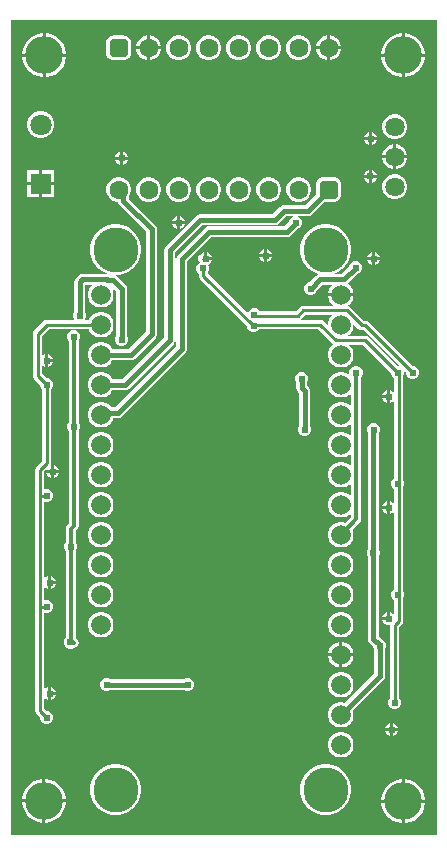
<source format=gbl>
G04*
G04 #@! TF.GenerationSoftware,Altium Limited,Altium Designer,21.8.1 (53)*
G04*
G04 Layer_Physical_Order=2*
G04 Layer_Color=16711680*
%FSLAX25Y25*%
%MOIN*%
G70*
G04*
G04 #@! TF.SameCoordinates,70880257-2F83-41F6-BC9D-4F7E7A3CF3A8*
G04*
G04*
G04 #@! TF.FilePolarity,Positive*
G04*
G01*
G75*
%ADD14C,0.01000*%
%ADD37C,0.01600*%
%ADD38C,0.01200*%
%ADD40C,0.06437*%
%ADD41R,0.07087X0.07087*%
%ADD42C,0.07087*%
%ADD43C,0.06555*%
%ADD44C,0.15000*%
%ADD45C,0.06299*%
G04:AMPARAMS|DCode=46|XSize=62.99mil|YSize=62.99mil|CornerRadius=15.75mil|HoleSize=0mil|Usage=FLASHONLY|Rotation=180.000|XOffset=0mil|YOffset=0mil|HoleType=Round|Shape=RoundedRectangle|*
%AMROUNDEDRECTD46*
21,1,0.06299,0.03150,0,0,180.0*
21,1,0.03150,0.06299,0,0,180.0*
1,1,0.03150,-0.01575,0.01575*
1,1,0.03150,0.01575,0.01575*
1,1,0.03150,0.01575,-0.01575*
1,1,0.03150,-0.01575,-0.01575*
%
%ADD46ROUNDEDRECTD46*%
%ADD47C,0.02400*%
%ADD48C,0.12598*%
G36*
X242000Y100000D02*
X100000D01*
Y371501D01*
X242000D01*
Y100000D01*
D02*
G37*
%LPC*%
G36*
X206546Y366394D02*
X206500D01*
Y362744D01*
X210150D01*
Y362790D01*
X209867Y363846D01*
X209320Y364792D01*
X208548Y365565D01*
X207602Y366111D01*
X206546Y366394D01*
D02*
G37*
G36*
X205500D02*
X205454D01*
X204398Y366111D01*
X203452Y365565D01*
X202679Y364792D01*
X202133Y363846D01*
X201850Y362790D01*
Y362744D01*
X205500D01*
Y366394D01*
D02*
G37*
G36*
X146546D02*
X146500D01*
Y362744D01*
X150150D01*
Y362790D01*
X149867Y363846D01*
X149320Y364792D01*
X148548Y365565D01*
X147602Y366111D01*
X146546Y366394D01*
D02*
G37*
G36*
X145500D02*
X145454D01*
X144398Y366111D01*
X143452Y365565D01*
X142680Y364792D01*
X142133Y363846D01*
X141850Y362790D01*
Y362744D01*
X145500D01*
Y366394D01*
D02*
G37*
G36*
X111959Y367063D02*
X111740D01*
Y360264D01*
X118539D01*
Y360483D01*
X118259Y361893D01*
X117709Y363222D01*
X116910Y364417D01*
X115893Y365434D01*
X114698Y366232D01*
X113369Y366783D01*
X111959Y367063D01*
D02*
G37*
G36*
X110740D02*
X110521D01*
X109111Y366783D01*
X107783Y366232D01*
X106587Y365434D01*
X105570Y364417D01*
X104772Y363222D01*
X104221Y361893D01*
X103941Y360483D01*
Y360264D01*
X110740D01*
Y367063D01*
D02*
G37*
G36*
X231502Y367053D02*
X231283D01*
Y360254D01*
X238082D01*
Y360473D01*
X237802Y361883D01*
X237252Y363211D01*
X236453Y364407D01*
X235436Y365424D01*
X234241Y366223D01*
X232912Y366773D01*
X231502Y367053D01*
D02*
G37*
G36*
X230283D02*
X230064D01*
X228654Y366773D01*
X227326Y366223D01*
X226130Y365424D01*
X225114Y364407D01*
X224315Y363211D01*
X223764Y361883D01*
X223484Y360473D01*
Y360254D01*
X230283D01*
Y367053D01*
D02*
G37*
G36*
X210150Y361744D02*
X206500D01*
Y358095D01*
X206546D01*
X207602Y358377D01*
X208548Y358924D01*
X209320Y359696D01*
X209867Y360642D01*
X210150Y361698D01*
Y361744D01*
D02*
G37*
G36*
X205500D02*
X201850D01*
Y361698D01*
X202133Y360642D01*
X202679Y359696D01*
X203452Y358924D01*
X204398Y358377D01*
X205454Y358095D01*
X205500D01*
Y361744D01*
D02*
G37*
G36*
X196546Y366394D02*
X195454D01*
X194398Y366111D01*
X193452Y365565D01*
X192680Y364792D01*
X192133Y363846D01*
X191850Y362790D01*
Y361698D01*
X192133Y360642D01*
X192680Y359696D01*
X193452Y358924D01*
X194398Y358377D01*
X195454Y358095D01*
X196546D01*
X197602Y358377D01*
X198548Y358924D01*
X199320Y359696D01*
X199867Y360642D01*
X200150Y361698D01*
Y362790D01*
X199867Y363846D01*
X199320Y364792D01*
X198548Y365565D01*
X197602Y366111D01*
X196546Y366394D01*
D02*
G37*
G36*
X186546D02*
X185454D01*
X184398Y366111D01*
X183452Y365565D01*
X182679Y364792D01*
X182133Y363846D01*
X181850Y362790D01*
Y361698D01*
X182133Y360642D01*
X182679Y359696D01*
X183452Y358924D01*
X184398Y358377D01*
X185454Y358095D01*
X186546D01*
X187602Y358377D01*
X188548Y358924D01*
X189321Y359696D01*
X189867Y360642D01*
X190150Y361698D01*
Y362790D01*
X189867Y363846D01*
X189321Y364792D01*
X188548Y365565D01*
X187602Y366111D01*
X186546Y366394D01*
D02*
G37*
G36*
X176546D02*
X175454D01*
X174398Y366111D01*
X173452Y365565D01*
X172679Y364792D01*
X172133Y363846D01*
X171850Y362790D01*
Y361698D01*
X172133Y360642D01*
X172679Y359696D01*
X173452Y358924D01*
X174398Y358377D01*
X175454Y358095D01*
X176546D01*
X177602Y358377D01*
X178548Y358924D01*
X179321Y359696D01*
X179867Y360642D01*
X180150Y361698D01*
Y362790D01*
X179867Y363846D01*
X179321Y364792D01*
X178548Y365565D01*
X177602Y366111D01*
X176546Y366394D01*
D02*
G37*
G36*
X166546D02*
X165454D01*
X164398Y366111D01*
X163452Y365565D01*
X162680Y364792D01*
X162133Y363846D01*
X161850Y362790D01*
Y361698D01*
X162133Y360642D01*
X162680Y359696D01*
X163452Y358924D01*
X164398Y358377D01*
X165454Y358095D01*
X166546D01*
X167602Y358377D01*
X168548Y358924D01*
X169320Y359696D01*
X169867Y360642D01*
X170150Y361698D01*
Y362790D01*
X169867Y363846D01*
X169320Y364792D01*
X168548Y365565D01*
X167602Y366111D01*
X166546Y366394D01*
D02*
G37*
G36*
X156546D02*
X155454D01*
X154398Y366111D01*
X153452Y365565D01*
X152680Y364792D01*
X152133Y363846D01*
X151850Y362790D01*
Y361698D01*
X152133Y360642D01*
X152680Y359696D01*
X153452Y358924D01*
X154398Y358377D01*
X155454Y358095D01*
X156546D01*
X157602Y358377D01*
X158548Y358924D01*
X159320Y359696D01*
X159867Y360642D01*
X160150Y361698D01*
Y362790D01*
X159867Y363846D01*
X159320Y364792D01*
X158548Y365565D01*
X157602Y366111D01*
X156546Y366394D01*
D02*
G37*
G36*
X150150Y361744D02*
X146500D01*
Y358095D01*
X146546D01*
X147602Y358377D01*
X148548Y358924D01*
X149320Y359696D01*
X149867Y360642D01*
X150150Y361698D01*
Y361744D01*
D02*
G37*
G36*
X145500D02*
X141850D01*
Y361698D01*
X142133Y360642D01*
X142680Y359696D01*
X143452Y358924D01*
X144398Y358377D01*
X145454Y358095D01*
X145500D01*
Y361744D01*
D02*
G37*
G36*
X137575Y366416D02*
X134425D01*
X133753Y366327D01*
X133127Y366068D01*
X132589Y365655D01*
X132176Y365117D01*
X131917Y364491D01*
X131828Y363819D01*
Y360669D01*
X131917Y359997D01*
X132176Y359371D01*
X132589Y358833D01*
X133127Y358420D01*
X133753Y358161D01*
X134425Y358072D01*
X137575D01*
X138247Y358161D01*
X138873Y358420D01*
X139411Y358833D01*
X139824Y359371D01*
X140083Y359997D01*
X140172Y360669D01*
Y363819D01*
X140083Y364491D01*
X139824Y365117D01*
X139411Y365655D01*
X138873Y366068D01*
X138247Y366327D01*
X137575Y366416D01*
D02*
G37*
G36*
X118539Y359264D02*
X111740D01*
Y352465D01*
X111959D01*
X113369Y352745D01*
X114698Y353295D01*
X115893Y354094D01*
X116910Y355111D01*
X117709Y356307D01*
X118259Y357635D01*
X118539Y359045D01*
Y359264D01*
D02*
G37*
G36*
X110740D02*
X103941D01*
Y359045D01*
X104221Y357635D01*
X104772Y356307D01*
X105570Y355111D01*
X106587Y354094D01*
X107783Y353295D01*
X109111Y352745D01*
X110521Y352465D01*
X110740D01*
Y359264D01*
D02*
G37*
G36*
X238082Y359254D02*
X231283D01*
Y352455D01*
X231502D01*
X232912Y352735D01*
X234241Y353286D01*
X235436Y354084D01*
X236453Y355101D01*
X237252Y356296D01*
X237802Y357625D01*
X238082Y359035D01*
Y359254D01*
D02*
G37*
G36*
X230283D02*
X223484D01*
Y359035D01*
X223764Y357625D01*
X224315Y356296D01*
X225114Y355101D01*
X226130Y354084D01*
X227326Y353286D01*
X228654Y352735D01*
X230064Y352455D01*
X230283D01*
Y359254D01*
D02*
G37*
G36*
X220500Y334174D02*
Y332500D01*
X222174D01*
X221865Y333246D01*
X221246Y333865D01*
X220500Y334174D01*
D02*
G37*
G36*
X219500D02*
X218754Y333865D01*
X218135Y333246D01*
X217826Y332500D01*
X219500D01*
Y334174D01*
D02*
G37*
G36*
X110598Y341228D02*
X109402D01*
X108246Y340919D01*
X107210Y340321D01*
X106365Y339475D01*
X105766Y338439D01*
X105457Y337283D01*
Y336087D01*
X105766Y334931D01*
X106365Y333895D01*
X107210Y333050D01*
X108246Y332451D01*
X109402Y332142D01*
X110598D01*
X111754Y332451D01*
X112790Y333050D01*
X113636Y333895D01*
X114234Y334931D01*
X114543Y336087D01*
Y337283D01*
X114234Y338439D01*
X113636Y339475D01*
X112790Y340321D01*
X111754Y340919D01*
X110598Y341228D01*
D02*
G37*
G36*
X228555Y340218D02*
X227445D01*
X226372Y339931D01*
X225410Y339376D01*
X224624Y338590D01*
X224069Y337628D01*
X223781Y336555D01*
Y335445D01*
X224069Y334372D01*
X224624Y333410D01*
X225410Y332624D01*
X226372Y332069D01*
X227445Y331782D01*
X228555D01*
X229628Y332069D01*
X230590Y332624D01*
X231376Y333410D01*
X231931Y334372D01*
X232219Y335445D01*
Y336555D01*
X231931Y337628D01*
X231376Y338590D01*
X230590Y339376D01*
X229628Y339931D01*
X228555Y340218D01*
D02*
G37*
G36*
X222174Y331500D02*
X220500D01*
Y329826D01*
X221246Y330135D01*
X221865Y330754D01*
X222174Y331500D01*
D02*
G37*
G36*
X219500D02*
X217826D01*
X218135Y330754D01*
X218754Y330135D01*
X219500Y329826D01*
Y331500D01*
D02*
G37*
G36*
X228555Y330219D02*
X228500D01*
Y326500D01*
X232219D01*
Y326555D01*
X231931Y327628D01*
X231376Y328590D01*
X230590Y329376D01*
X229628Y329931D01*
X228555Y330219D01*
D02*
G37*
G36*
X227500D02*
X227445D01*
X226372Y329931D01*
X225410Y329376D01*
X224624Y328590D01*
X224069Y327628D01*
X223781Y326555D01*
Y326500D01*
X227500D01*
Y330219D01*
D02*
G37*
G36*
X137477Y327688D02*
Y326014D01*
X139151D01*
X138842Y326760D01*
X138223Y327379D01*
X137477Y327688D01*
D02*
G37*
G36*
X136477D02*
X135731Y327379D01*
X135112Y326760D01*
X134803Y326014D01*
X136477D01*
Y327688D01*
D02*
G37*
G36*
X139151Y325014D02*
X137477D01*
Y323340D01*
X138223Y323649D01*
X138842Y324268D01*
X139151Y325014D01*
D02*
G37*
G36*
X136477D02*
X134803D01*
X135112Y324268D01*
X135731Y323649D01*
X136477Y323340D01*
Y325014D01*
D02*
G37*
G36*
X232219Y325500D02*
X228500D01*
Y321781D01*
X228555D01*
X229628Y322069D01*
X230590Y322624D01*
X231376Y323410D01*
X231931Y324372D01*
X232219Y325445D01*
Y325500D01*
D02*
G37*
G36*
X227500D02*
X223781D01*
Y325445D01*
X224069Y324372D01*
X224624Y323410D01*
X225410Y322624D01*
X226372Y322069D01*
X227445Y321781D01*
X227500D01*
Y325500D01*
D02*
G37*
G36*
X220321Y321616D02*
Y319942D01*
X221995D01*
X221686Y320688D01*
X221067Y321307D01*
X220321Y321616D01*
D02*
G37*
G36*
X219321D02*
X218575Y321307D01*
X217956Y320688D01*
X217647Y319942D01*
X219321D01*
Y321616D01*
D02*
G37*
G36*
X114543Y321543D02*
X110500D01*
Y317500D01*
X114543D01*
Y321543D01*
D02*
G37*
G36*
X109500D02*
X105457D01*
Y317500D01*
X109500D01*
Y321543D01*
D02*
G37*
G36*
X221995Y318942D02*
X220321D01*
Y317268D01*
X221067Y317577D01*
X221686Y318196D01*
X221995Y318942D01*
D02*
G37*
G36*
X219321D02*
X217647D01*
X217956Y318196D01*
X218575Y317577D01*
X219321Y317268D01*
Y318942D01*
D02*
G37*
G36*
X114543Y316500D02*
X110500D01*
Y312457D01*
X114543D01*
Y316500D01*
D02*
G37*
G36*
X109500D02*
X105457D01*
Y312457D01*
X109500D01*
Y316500D01*
D02*
G37*
G36*
X228555Y320218D02*
X227445D01*
X226372Y319931D01*
X225410Y319376D01*
X224624Y318590D01*
X224069Y317628D01*
X223781Y316555D01*
Y315445D01*
X224069Y314372D01*
X224624Y313410D01*
X225410Y312624D01*
X226372Y312069D01*
X227445Y311782D01*
X228555D01*
X229628Y312069D01*
X230590Y312624D01*
X231376Y313410D01*
X231931Y314372D01*
X232219Y315445D01*
Y316555D01*
X231931Y317628D01*
X231376Y318590D01*
X230590Y319376D01*
X229628Y319931D01*
X228555Y320218D01*
D02*
G37*
G36*
X196546Y319150D02*
X195454D01*
X194398Y318867D01*
X193452Y318320D01*
X192680Y317548D01*
X192133Y316602D01*
X191850Y315546D01*
Y314454D01*
X192133Y313398D01*
X192680Y312452D01*
X193452Y311680D01*
X194398Y311133D01*
X195454Y310850D01*
X196546D01*
X197602Y311133D01*
X198548Y311680D01*
X199320Y312452D01*
X199867Y313398D01*
X200150Y314454D01*
Y315546D01*
X199867Y316602D01*
X199320Y317548D01*
X198548Y318320D01*
X197602Y318867D01*
X196546Y319150D01*
D02*
G37*
G36*
X186546D02*
X185454D01*
X184398Y318867D01*
X183452Y318320D01*
X182679Y317548D01*
X182133Y316602D01*
X181850Y315546D01*
Y314454D01*
X182133Y313398D01*
X182679Y312452D01*
X183452Y311680D01*
X184398Y311133D01*
X185454Y310850D01*
X186546D01*
X187602Y311133D01*
X188548Y311680D01*
X189321Y312452D01*
X189867Y313398D01*
X190150Y314454D01*
Y315546D01*
X189867Y316602D01*
X189321Y317548D01*
X188548Y318320D01*
X187602Y318867D01*
X186546Y319150D01*
D02*
G37*
G36*
X176546D02*
X175454D01*
X174398Y318867D01*
X173452Y318320D01*
X172679Y317548D01*
X172133Y316602D01*
X171850Y315546D01*
Y314454D01*
X172133Y313398D01*
X172679Y312452D01*
X173452Y311680D01*
X174398Y311133D01*
X175454Y310850D01*
X176546D01*
X177602Y311133D01*
X178548Y311680D01*
X179321Y312452D01*
X179867Y313398D01*
X180150Y314454D01*
Y315546D01*
X179867Y316602D01*
X179321Y317548D01*
X178548Y318320D01*
X177602Y318867D01*
X176546Y319150D01*
D02*
G37*
G36*
X166546D02*
X165454D01*
X164398Y318867D01*
X163452Y318320D01*
X162680Y317548D01*
X162133Y316602D01*
X161850Y315546D01*
Y314454D01*
X162133Y313398D01*
X162680Y312452D01*
X163452Y311680D01*
X164398Y311133D01*
X165454Y310850D01*
X166546D01*
X167602Y311133D01*
X168548Y311680D01*
X169320Y312452D01*
X169867Y313398D01*
X170150Y314454D01*
Y315546D01*
X169867Y316602D01*
X169320Y317548D01*
X168548Y318320D01*
X167602Y318867D01*
X166546Y319150D01*
D02*
G37*
G36*
X156546D02*
X155454D01*
X154398Y318867D01*
X153452Y318320D01*
X152680Y317548D01*
X152133Y316602D01*
X151850Y315546D01*
Y314454D01*
X152133Y313398D01*
X152680Y312452D01*
X153452Y311680D01*
X154398Y311133D01*
X155454Y310850D01*
X156546D01*
X157602Y311133D01*
X158548Y311680D01*
X159320Y312452D01*
X159867Y313398D01*
X160150Y314454D01*
Y315546D01*
X159867Y316602D01*
X159320Y317548D01*
X158548Y318320D01*
X157602Y318867D01*
X156546Y319150D01*
D02*
G37*
G36*
X146546D02*
X145454D01*
X144398Y318867D01*
X143452Y318320D01*
X142680Y317548D01*
X142133Y316602D01*
X141850Y315546D01*
Y314454D01*
X142133Y313398D01*
X142680Y312452D01*
X143452Y311680D01*
X144398Y311133D01*
X145454Y310850D01*
X146546D01*
X147602Y311133D01*
X148548Y311680D01*
X149320Y312452D01*
X149867Y313398D01*
X150150Y314454D01*
Y315546D01*
X149867Y316602D01*
X149320Y317548D01*
X148548Y318320D01*
X147602Y318867D01*
X146546Y319150D01*
D02*
G37*
G36*
X207575Y319172D02*
X204425D01*
X203753Y319083D01*
X203127Y318824D01*
X202589Y318411D01*
X202176Y317873D01*
X201917Y317247D01*
X201828Y316575D01*
Y313425D01*
X201828Y313424D01*
X198240Y309835D01*
X191000D01*
X190414Y309719D01*
X190298Y309696D01*
X189702Y309298D01*
X187240Y306835D01*
X163000D01*
X162298Y306696D01*
X161702Y306298D01*
X151702Y296298D01*
X151304Y295702D01*
X151281Y295586D01*
X151165Y295000D01*
Y265760D01*
X137240Y251835D01*
X133880D01*
X133423Y252626D01*
X132626Y253423D01*
X131651Y253986D01*
X130563Y254278D01*
X129437D01*
X128349Y253986D01*
X127374Y253423D01*
X126577Y252626D01*
X126014Y251651D01*
X125722Y250563D01*
Y249437D01*
X126014Y248349D01*
X126577Y247374D01*
X127374Y246577D01*
X128349Y246014D01*
X129437Y245722D01*
X130563D01*
X131651Y246014D01*
X132626Y246577D01*
X133423Y247374D01*
X133880Y248165D01*
X138000D01*
X138586Y248281D01*
X138702Y248304D01*
X139298Y248702D01*
X154298Y263702D01*
X154564Y264100D01*
X154696Y264298D01*
X154835Y265000D01*
Y294240D01*
X163760Y303165D01*
X188000D01*
X188586Y303281D01*
X188702Y303304D01*
X189298Y303702D01*
X191760Y306165D01*
X194477D01*
X193754Y305865D01*
X193135Y305246D01*
X192800Y304438D01*
Y304395D01*
X191240Y302835D01*
X166000D01*
X165414Y302719D01*
X165298Y302696D01*
X164702Y302298D01*
X155702Y293298D01*
X155304Y292702D01*
X155281Y292586D01*
X155165Y292000D01*
Y262760D01*
X134917Y242513D01*
X133489D01*
X133423Y242627D01*
X132626Y243423D01*
X131651Y243986D01*
X130563Y244278D01*
X129437D01*
X128349Y243986D01*
X127374Y243423D01*
X126577Y242627D01*
X126014Y241651D01*
X125722Y240563D01*
Y239437D01*
X126014Y238349D01*
X126577Y237373D01*
X127374Y236577D01*
X128349Y236014D01*
X129437Y235722D01*
X130563D01*
X131651Y236014D01*
X132626Y236577D01*
X133423Y237373D01*
X133986Y238349D01*
X134118Y238842D01*
X135678D01*
X136263Y238959D01*
X136380Y238982D01*
X136975Y239380D01*
X158298Y260702D01*
X158564Y261100D01*
X158696Y261298D01*
X158835Y262000D01*
Y291240D01*
X166760Y299165D01*
X192000D01*
X192586Y299281D01*
X192702Y299304D01*
X193298Y299702D01*
X195396Y301800D01*
X195438D01*
X196246Y302135D01*
X196865Y302754D01*
X197200Y303562D01*
Y304438D01*
X196865Y305246D01*
X196246Y305865D01*
X195523Y306165D01*
X199000D01*
X199586Y306281D01*
X199702Y306304D01*
X200298Y306702D01*
X204424Y310828D01*
X204425Y310828D01*
X207575D01*
X208247Y310917D01*
X208873Y311176D01*
X209411Y311589D01*
X209824Y312127D01*
X210083Y312753D01*
X210172Y313425D01*
Y316575D01*
X210083Y317247D01*
X209824Y317873D01*
X209411Y318411D01*
X208873Y318824D01*
X208247Y319083D01*
X207575Y319172D01*
D02*
G37*
G36*
X156500Y306174D02*
Y304500D01*
X158174D01*
X157865Y305246D01*
X157246Y305865D01*
X156500Y306174D01*
D02*
G37*
G36*
X155500D02*
X154754Y305865D01*
X154135Y305246D01*
X153826Y304500D01*
X155500D01*
Y306174D01*
D02*
G37*
G36*
X158174Y303500D02*
X156500D01*
Y301826D01*
X157246Y302135D01*
X157865Y302754D01*
X158174Y303500D01*
D02*
G37*
G36*
X155500D02*
X153826D01*
X154135Y302754D01*
X154754Y302135D01*
X155500Y301826D01*
Y303500D01*
D02*
G37*
G36*
X185500Y295174D02*
Y293500D01*
X187174D01*
X186865Y294246D01*
X186246Y294865D01*
X185500Y295174D01*
D02*
G37*
G36*
X184500D02*
X183754Y294865D01*
X183135Y294246D01*
X182826Y293500D01*
X184500D01*
Y295174D01*
D02*
G37*
G36*
X221500Y294174D02*
Y292500D01*
X223174D01*
X222865Y293246D01*
X222246Y293865D01*
X221500Y294174D01*
D02*
G37*
G36*
X220500D02*
X219754Y293865D01*
X219135Y293246D01*
X218826Y292500D01*
X220500D01*
Y294174D01*
D02*
G37*
G36*
X165500D02*
Y292500D01*
X167174D01*
X166865Y293246D01*
X166246Y293865D01*
X165500Y294174D01*
D02*
G37*
G36*
X187174Y292500D02*
X185500D01*
Y290826D01*
X186246Y291135D01*
X186865Y291754D01*
X187174Y292500D01*
D02*
G37*
G36*
X184500D02*
X182826D01*
X183135Y291754D01*
X183754Y291135D01*
X184500Y290826D01*
Y292500D01*
D02*
G37*
G36*
X223174Y291500D02*
X221500D01*
Y289826D01*
X222246Y290135D01*
X222865Y290754D01*
X223174Y291500D01*
D02*
G37*
G36*
X220500D02*
X218826D01*
X219135Y290754D01*
X219754Y290135D01*
X220500Y289826D01*
Y291500D01*
D02*
G37*
G36*
X135837Y303500D02*
X134163D01*
X132521Y303173D01*
X130974Y302533D01*
X129582Y301602D01*
X128398Y300418D01*
X127467Y299026D01*
X126827Y297479D01*
X126500Y295837D01*
Y294163D01*
X126827Y292521D01*
X127467Y290974D01*
X128398Y289582D01*
X129582Y288398D01*
X130974Y287467D01*
X132500Y286835D01*
X132493D01*
X132103Y286913D01*
X123937D01*
X123235Y286773D01*
X122640Y286375D01*
X121702Y285438D01*
X121304Y284843D01*
X121281Y284726D01*
X121165Y284140D01*
Y274276D01*
X121135Y274246D01*
X120800Y273438D01*
Y272562D01*
X121135Y271754D01*
X121359Y271529D01*
X112000D01*
X111415Y271413D01*
X110919Y271081D01*
X107919Y268081D01*
X107587Y267585D01*
X107471Y267000D01*
Y253000D01*
X107587Y252415D01*
X107919Y251919D01*
X109800Y250037D01*
Y249562D01*
X110135Y248754D01*
X110471Y248418D01*
Y224575D01*
X108662Y222766D01*
X108330Y222270D01*
X108214Y221685D01*
Y213000D01*
Y176000D01*
Y141257D01*
X108330Y140671D01*
X108662Y140175D01*
X109800Y139037D01*
Y138562D01*
X110135Y137754D01*
X110754Y137135D01*
X111562Y136800D01*
X112438D01*
X113246Y137135D01*
X113865Y137754D01*
X114200Y138562D01*
Y139438D01*
X113865Y140246D01*
X113246Y140865D01*
X112438Y141200D01*
X111963D01*
X111273Y141890D01*
Y145616D01*
X111754Y145135D01*
X112500Y144826D01*
Y147000D01*
Y149174D01*
X111754Y148865D01*
X111273Y148384D01*
Y173920D01*
X111562Y173800D01*
X112438D01*
X113246Y174135D01*
X113865Y174754D01*
X114200Y175562D01*
Y176438D01*
X113865Y177246D01*
X113246Y177865D01*
X112438Y178200D01*
X111562D01*
X111273Y178080D01*
Y182616D01*
X111754Y182135D01*
X112500Y181826D01*
Y184000D01*
Y186174D01*
X111754Y185865D01*
X111273Y185384D01*
Y210920D01*
X111562Y210800D01*
X112438D01*
X113246Y211135D01*
X113865Y211754D01*
X114200Y212562D01*
Y213438D01*
X113865Y214246D01*
X113246Y214865D01*
X112438Y215200D01*
X111562D01*
X111273Y215080D01*
Y221052D01*
X111900Y221679D01*
X111826Y221500D01*
X113500D01*
Y223174D01*
X113211Y223055D01*
X113413Y223356D01*
X113529Y223942D01*
Y248418D01*
X113865Y248754D01*
X114200Y249562D01*
Y250438D01*
X113865Y251246D01*
X113246Y251865D01*
X112438Y252200D01*
X111963D01*
X110529Y253633D01*
Y256359D01*
X110754Y256135D01*
X111500Y255826D01*
Y258000D01*
Y260174D01*
X110754Y259865D01*
X110529Y259641D01*
Y266367D01*
X112634Y268471D01*
X125981D01*
X126014Y268349D01*
X126577Y267373D01*
X127374Y266577D01*
X128349Y266014D01*
X129437Y265722D01*
X130563D01*
X131651Y266014D01*
X132626Y266577D01*
X133423Y267373D01*
X133986Y268349D01*
X134278Y269437D01*
Y270563D01*
X133986Y271651D01*
X133423Y272626D01*
X132626Y273423D01*
X131651Y273986D01*
X130563Y274278D01*
X129437D01*
X128349Y273986D01*
X127374Y273423D01*
X126577Y272626D01*
X126014Y271651D01*
X125981Y271529D01*
X124641D01*
X124865Y271754D01*
X125200Y272562D01*
Y273438D01*
X124865Y274246D01*
X124835Y274276D01*
Y283242D01*
X127193D01*
X126577Y282627D01*
X126014Y281651D01*
X125722Y280563D01*
Y279437D01*
X126014Y278349D01*
X126577Y277374D01*
X127374Y276577D01*
X128349Y276014D01*
X129437Y275722D01*
X130563D01*
X131651Y276014D01*
X132626Y276577D01*
X133423Y277374D01*
X133986Y278349D01*
X134278Y279437D01*
Y280563D01*
X133986Y281651D01*
X133423Y282627D01*
X132885Y283165D01*
X133240D01*
X135165Y281240D01*
Y266276D01*
X135135Y266246D01*
X134800Y265438D01*
Y264562D01*
X135135Y263754D01*
X135754Y263135D01*
X136562Y262800D01*
X137438D01*
X138246Y263135D01*
X138865Y263754D01*
X139200Y264562D01*
Y265438D01*
X138865Y266246D01*
X138835Y266276D01*
Y282000D01*
X138719Y282586D01*
X138696Y282702D01*
X138298Y283298D01*
X135298Y286298D01*
X134995Y286500D01*
X135837D01*
X137479Y286827D01*
X139026Y287467D01*
X140418Y288398D01*
X141602Y289582D01*
X142533Y290974D01*
X143173Y292521D01*
X143500Y294163D01*
Y295837D01*
X143173Y297479D01*
X142533Y299026D01*
X141602Y300418D01*
X140418Y301602D01*
X139026Y302533D01*
X137479Y303173D01*
X135837Y303500D01*
D02*
G37*
G36*
X205837D02*
X204163D01*
X202521Y303173D01*
X200974Y302533D01*
X199582Y301602D01*
X198398Y300418D01*
X197467Y299026D01*
X196827Y297479D01*
X196500Y295837D01*
Y294163D01*
X196827Y292521D01*
X197467Y290974D01*
X198398Y289582D01*
X199582Y288398D01*
X200974Y287467D01*
X202521Y286827D01*
X202583Y286814D01*
X202375Y286773D01*
X201780Y286375D01*
X199605Y284200D01*
X199562D01*
X198754Y283865D01*
X198135Y283246D01*
X197800Y282438D01*
Y281562D01*
X198135Y280754D01*
X198754Y280135D01*
X199562Y279800D01*
X200438D01*
X201246Y280135D01*
X201865Y280754D01*
X202200Y281562D01*
Y281605D01*
X203838Y283242D01*
X207193D01*
X206577Y282627D01*
X206014Y281651D01*
X205722Y280563D01*
Y280500D01*
X210000D01*
X214278D01*
Y280563D01*
X213986Y281651D01*
X213423Y282627D01*
X212627Y283423D01*
X212205Y283666D01*
X212375Y283780D01*
X215395Y286800D01*
X215438D01*
X216246Y287135D01*
X216865Y287754D01*
X217200Y288562D01*
Y289438D01*
X216865Y290246D01*
X216246Y290865D01*
X215438Y291200D01*
X214562D01*
X213754Y290865D01*
X213135Y290246D01*
X212800Y289438D01*
Y289395D01*
X210317Y286913D01*
X207687D01*
X209026Y287467D01*
X210418Y288398D01*
X211602Y289582D01*
X212533Y290974D01*
X213173Y292521D01*
X213500Y294163D01*
Y295837D01*
X213173Y297479D01*
X212533Y299026D01*
X211602Y300418D01*
X210418Y301602D01*
X209026Y302533D01*
X207479Y303173D01*
X205837Y303500D01*
D02*
G37*
G36*
X136546Y319150D02*
X135454D01*
X134398Y318867D01*
X133452Y318320D01*
X132679Y317548D01*
X132133Y316602D01*
X131850Y315546D01*
Y314454D01*
X132133Y313398D01*
X132679Y312452D01*
X133452Y311680D01*
X134398Y311133D01*
X135454Y310850D01*
X135823D01*
X135883Y310547D01*
X135906Y310431D01*
X136304Y309836D01*
X145165Y300975D01*
Y267760D01*
X139240Y261835D01*
X133880D01*
X133423Y262627D01*
X132626Y263423D01*
X131651Y263986D01*
X130563Y264278D01*
X129437D01*
X128349Y263986D01*
X127374Y263423D01*
X126577Y262627D01*
X126014Y261651D01*
X125722Y260563D01*
Y259437D01*
X126014Y258349D01*
X126577Y257373D01*
X127374Y256577D01*
X128349Y256014D01*
X129437Y255722D01*
X130563D01*
X131651Y256014D01*
X132626Y256577D01*
X133423Y257373D01*
X133880Y258165D01*
X140000D01*
X140586Y258281D01*
X140702Y258304D01*
X141298Y258702D01*
X148298Y265702D01*
X148564Y266100D01*
X148696Y266298D01*
X148835Y267000D01*
Y301735D01*
X148696Y302437D01*
X148298Y303033D01*
X139437Y311893D01*
Y312127D01*
X139359Y312519D01*
X139867Y313398D01*
X140150Y314454D01*
Y315546D01*
X139867Y316602D01*
X139321Y317548D01*
X138548Y318320D01*
X137602Y318867D01*
X136546Y319150D01*
D02*
G37*
G36*
X112500Y260174D02*
Y258500D01*
X114174D01*
X113865Y259246D01*
X113246Y259865D01*
X112500Y260174D01*
D02*
G37*
G36*
X114174Y257500D02*
X112500D01*
Y255826D01*
X113246Y256135D01*
X113865Y256754D01*
X114174Y257500D01*
D02*
G37*
G36*
X215559Y256197D02*
X214684D01*
X213875Y255862D01*
X213256Y255243D01*
X212922Y254435D01*
Y253559D01*
X213227Y252823D01*
X212627Y253423D01*
X211651Y253986D01*
X210563Y254278D01*
X209437D01*
X208349Y253986D01*
X207373Y253423D01*
X206577Y252626D01*
X206014Y251651D01*
X205722Y250563D01*
Y249437D01*
X206014Y248349D01*
X206577Y247374D01*
X207373Y246577D01*
X208349Y246014D01*
X209437Y245722D01*
X210563D01*
X211651Y246014D01*
X212627Y246577D01*
X213423Y247374D01*
X213490Y247490D01*
Y242510D01*
X213423Y242627D01*
X212627Y243423D01*
X211651Y243986D01*
X210563Y244278D01*
X209437D01*
X208349Y243986D01*
X207373Y243423D01*
X206577Y242627D01*
X206014Y241651D01*
X205722Y240563D01*
Y239437D01*
X206014Y238349D01*
X206577Y237373D01*
X207373Y236577D01*
X208349Y236014D01*
X209437Y235722D01*
X210563D01*
X211651Y236014D01*
X212627Y236577D01*
X213423Y237373D01*
X213490Y237490D01*
Y232510D01*
X213423Y232627D01*
X212627Y233423D01*
X211651Y233986D01*
X210563Y234278D01*
X209437D01*
X208349Y233986D01*
X207373Y233423D01*
X206577Y232627D01*
X206014Y231651D01*
X205722Y230563D01*
Y229437D01*
X206014Y228349D01*
X206577Y227374D01*
X207373Y226577D01*
X208349Y226014D01*
X209437Y225722D01*
X210563D01*
X211651Y226014D01*
X212627Y226577D01*
X213423Y227374D01*
X213490Y227490D01*
Y222510D01*
X213423Y222626D01*
X212627Y223423D01*
X211651Y223986D01*
X210563Y224278D01*
X209437D01*
X208349Y223986D01*
X207373Y223423D01*
X206577Y222626D01*
X206014Y221651D01*
X205722Y220563D01*
Y219437D01*
X206014Y218349D01*
X206577Y217373D01*
X207373Y216577D01*
X208349Y216014D01*
X209437Y215722D01*
X210563D01*
X211651Y216014D01*
X212627Y216577D01*
X213423Y217373D01*
X213490Y217490D01*
Y212510D01*
X213423Y212627D01*
X212627Y213423D01*
X211651Y213986D01*
X210563Y214278D01*
X209437D01*
X208349Y213986D01*
X207373Y213423D01*
X206577Y212627D01*
X206014Y211651D01*
X205722Y210563D01*
Y209437D01*
X206014Y208349D01*
X206577Y207373D01*
X207373Y206577D01*
X208349Y206014D01*
X209437Y205722D01*
X210563D01*
X211651Y206014D01*
X212627Y206577D01*
X213423Y207373D01*
X213490Y207490D01*
Y205797D01*
X211669Y203976D01*
X211651Y203986D01*
X210563Y204278D01*
X209437D01*
X208349Y203986D01*
X207373Y203423D01*
X206577Y202626D01*
X206014Y201651D01*
X205722Y200563D01*
Y199437D01*
X206014Y198349D01*
X206577Y197373D01*
X207373Y196577D01*
X208349Y196014D01*
X209437Y195722D01*
X210563D01*
X211651Y196014D01*
X212627Y196577D01*
X213423Y197373D01*
X213986Y198349D01*
X214278Y199437D01*
Y200563D01*
X213986Y201651D01*
X213976Y201669D01*
X216275Y203968D01*
X216629Y204497D01*
X216753Y205121D01*
Y252517D01*
X216986Y252751D01*
X217321Y253559D01*
Y254435D01*
X216986Y255243D01*
X216368Y255862D01*
X215559Y256197D01*
D02*
G37*
G36*
X164500Y294174D02*
X163754Y293865D01*
X163135Y293246D01*
X163123Y293218D01*
X162919Y293081D01*
X162587Y292585D01*
X162471Y292000D01*
X162587Y291415D01*
X162919Y290919D01*
X163111Y290790D01*
X162717Y290627D01*
X162098Y290008D01*
X161763Y289200D01*
Y288324D01*
X162098Y287516D01*
X162702Y286912D01*
Y286369D01*
X162818Y285784D01*
X163150Y285287D01*
X178800Y269637D01*
Y269162D01*
X179135Y268354D01*
X179754Y267735D01*
X180562Y267400D01*
X181438D01*
X182246Y267735D01*
X182865Y268354D01*
X182913Y268471D01*
X202610D01*
X207384Y263696D01*
X207599Y263553D01*
X207373Y263423D01*
X206577Y262627D01*
X206014Y261651D01*
X205722Y260563D01*
Y259437D01*
X206014Y258349D01*
X206577Y257373D01*
X207373Y256577D01*
X208349Y256014D01*
X209437Y255722D01*
X210563D01*
X211651Y256014D01*
X212627Y256577D01*
X213423Y257373D01*
X213986Y258349D01*
X214278Y259437D01*
Y260563D01*
X213986Y261651D01*
X213423Y262627D01*
X212801Y263248D01*
X217589D01*
X226800Y254037D01*
Y253562D01*
X227135Y252754D01*
X227754Y252135D01*
X227771Y252128D01*
Y247341D01*
X227246Y247865D01*
X226500Y248174D01*
Y246000D01*
Y243826D01*
X227246Y244135D01*
X227771Y244659D01*
Y218872D01*
X227754Y218865D01*
X227135Y218246D01*
X226800Y217438D01*
Y216562D01*
X227135Y215754D01*
X227754Y215135D01*
X227771Y215128D01*
Y210341D01*
X227246Y210865D01*
X226500Y211174D01*
Y209000D01*
Y206826D01*
X227246Y207135D01*
X227771Y207659D01*
Y181872D01*
X227754Y181865D01*
X227135Y181246D01*
X226800Y180438D01*
Y179562D01*
X227135Y178754D01*
X227754Y178135D01*
X227771Y178128D01*
Y173341D01*
X227246Y173865D01*
X226500Y174174D01*
Y172000D01*
X226000D01*
Y171500D01*
X223826D01*
X224135Y170754D01*
X224754Y170135D01*
X225562Y169800D01*
X226438D01*
X226471Y169814D01*
X226471Y169812D01*
Y145582D01*
X226135Y145246D01*
X225800Y144438D01*
Y143562D01*
X226135Y142754D01*
X226754Y142135D01*
X227562Y141800D01*
X228438D01*
X229246Y142135D01*
X229865Y142754D01*
X230200Y143562D01*
Y144438D01*
X229865Y145246D01*
X229529Y145582D01*
Y169179D01*
X230381Y170031D01*
X230713Y170527D01*
X230829Y171112D01*
Y178718D01*
X230865Y178754D01*
X231200Y179562D01*
Y180438D01*
X230865Y181246D01*
X230829Y181282D01*
Y215718D01*
X230865Y215754D01*
X231200Y216562D01*
Y217438D01*
X230865Y218246D01*
X230829Y218282D01*
Y252718D01*
X230865Y252754D01*
X231200Y253562D01*
Y254438D01*
X231059Y254778D01*
X231800Y254037D01*
Y253562D01*
X232135Y252754D01*
X232754Y252135D01*
X233562Y251800D01*
X234438D01*
X235246Y252135D01*
X235865Y252754D01*
X236200Y253562D01*
Y254438D01*
X235865Y255246D01*
X235246Y255865D01*
X234438Y256200D01*
X233963D01*
X219325Y270838D01*
X218829Y271169D01*
X218244Y271286D01*
X217634D01*
X213060Y275859D01*
X212564Y276190D01*
X212112Y276280D01*
X212627Y276577D01*
X213423Y277374D01*
X213986Y278349D01*
X214278Y279437D01*
Y279500D01*
X210000D01*
X205722D01*
Y279437D01*
X206014Y278349D01*
X206577Y277374D01*
X207373Y276577D01*
X207841Y276307D01*
X197568D01*
X196982Y276190D01*
X196486Y275859D01*
X195157Y274529D01*
X183000D01*
X182455Y275074D01*
X181647Y275409D01*
X180772D01*
X179963Y275074D01*
X179344Y274455D01*
X179041Y273722D01*
X165760Y287002D01*
Y287448D01*
X165828Y287516D01*
X166163Y288324D01*
Y289200D01*
X165845Y289969D01*
X166246Y290135D01*
X166865Y290754D01*
X167174Y291500D01*
X165000D01*
Y292000D01*
X164500D01*
Y294174D01*
D02*
G37*
G36*
X225500Y248174D02*
X224754Y247865D01*
X224135Y247246D01*
X223826Y246500D01*
X225500D01*
Y248174D01*
D02*
G37*
G36*
Y245500D02*
X223826D01*
X224135Y244754D01*
X224754Y244135D01*
X225500Y243826D01*
Y245500D01*
D02*
G37*
G36*
X197438Y254200D02*
X196562D01*
X195754Y253865D01*
X195135Y253246D01*
X194800Y252438D01*
Y251562D01*
X195135Y250754D01*
X195165Y250724D01*
Y249000D01*
X195281Y248414D01*
X195304Y248298D01*
X195702Y247702D01*
X196165Y247240D01*
Y236276D01*
X196135Y236246D01*
X195800Y235438D01*
Y234562D01*
X196135Y233754D01*
X196754Y233135D01*
X197562Y232800D01*
X198438D01*
X199246Y233135D01*
X199865Y233754D01*
X200200Y234562D01*
Y235438D01*
X199865Y236246D01*
X199835Y236276D01*
Y248000D01*
X199696Y248702D01*
X199564Y248900D01*
X199298Y249298D01*
X198835Y249760D01*
Y250724D01*
X198865Y250754D01*
X199200Y251562D01*
Y252438D01*
X198865Y253246D01*
X198246Y253865D01*
X197438Y254200D01*
D02*
G37*
G36*
X130563Y234278D02*
X129437D01*
X128349Y233986D01*
X127374Y233423D01*
X126577Y232627D01*
X126014Y231651D01*
X125722Y230563D01*
Y229437D01*
X126014Y228349D01*
X126577Y227374D01*
X127374Y226577D01*
X128349Y226014D01*
X129437Y225722D01*
X130563D01*
X131651Y226014D01*
X132626Y226577D01*
X133423Y227374D01*
X133986Y228349D01*
X134278Y229437D01*
Y230563D01*
X133986Y231651D01*
X133423Y232627D01*
X132626Y233423D01*
X131651Y233986D01*
X130563Y234278D01*
D02*
G37*
G36*
X114500Y223174D02*
Y221500D01*
X116174D01*
X115865Y222246D01*
X115246Y222865D01*
X114500Y223174D01*
D02*
G37*
G36*
X116174Y220500D02*
X114500D01*
Y218826D01*
X115246Y219135D01*
X115865Y219754D01*
X116174Y220500D01*
D02*
G37*
G36*
X113500D02*
X111826D01*
X112135Y219754D01*
X112754Y219135D01*
X113500Y218826D01*
Y220500D01*
D02*
G37*
G36*
X130563Y224278D02*
X129437D01*
X128349Y223986D01*
X127374Y223423D01*
X126577Y222626D01*
X126014Y221651D01*
X125722Y220563D01*
Y219437D01*
X126014Y218349D01*
X126577Y217373D01*
X127374Y216577D01*
X128349Y216014D01*
X129437Y215722D01*
X130563D01*
X131651Y216014D01*
X132626Y216577D01*
X133423Y217373D01*
X133986Y218349D01*
X134278Y219437D01*
Y220563D01*
X133986Y221651D01*
X133423Y222626D01*
X132626Y223423D01*
X131651Y223986D01*
X130563Y224278D01*
D02*
G37*
G36*
X225500Y211174D02*
X224754Y210865D01*
X224135Y210246D01*
X223826Y209500D01*
X225500D01*
Y211174D01*
D02*
G37*
G36*
Y208500D02*
X223826D01*
X224135Y207754D01*
X224754Y207135D01*
X225500Y206826D01*
Y208500D01*
D02*
G37*
G36*
X130563Y214278D02*
X129437D01*
X128349Y213986D01*
X127374Y213423D01*
X126577Y212627D01*
X126014Y211651D01*
X125722Y210563D01*
Y209437D01*
X126014Y208349D01*
X126577Y207373D01*
X127374Y206577D01*
X128349Y206014D01*
X129437Y205722D01*
X130563D01*
X131651Y206014D01*
X132626Y206577D01*
X133423Y207373D01*
X133986Y208349D01*
X134278Y209437D01*
Y210563D01*
X133986Y211651D01*
X133423Y212627D01*
X132626Y213423D01*
X131651Y213986D01*
X130563Y214278D01*
D02*
G37*
G36*
Y204278D02*
X129437D01*
X128349Y203986D01*
X127374Y203423D01*
X126577Y202626D01*
X126014Y201651D01*
X125722Y200563D01*
Y199437D01*
X126014Y198349D01*
X126577Y197373D01*
X127374Y196577D01*
X128349Y196014D01*
X129437Y195722D01*
X130563D01*
X131651Y196014D01*
X132626Y196577D01*
X133423Y197373D01*
X133986Y198349D01*
X134278Y199437D01*
Y200563D01*
X133986Y201651D01*
X133423Y202626D01*
X132626Y203423D01*
X131651Y203986D01*
X130563Y204278D01*
D02*
G37*
G36*
X210563Y194278D02*
X209437D01*
X208349Y193986D01*
X207373Y193423D01*
X206577Y192627D01*
X206014Y191651D01*
X205722Y190563D01*
Y189437D01*
X206014Y188349D01*
X206577Y187373D01*
X207373Y186577D01*
X208349Y186014D01*
X209437Y185722D01*
X210563D01*
X211651Y186014D01*
X212627Y186577D01*
X213423Y187373D01*
X213986Y188349D01*
X214278Y189437D01*
Y190563D01*
X213986Y191651D01*
X213423Y192627D01*
X212627Y193423D01*
X211651Y193986D01*
X210563Y194278D01*
D02*
G37*
G36*
X130563D02*
X129437D01*
X128349Y193986D01*
X127374Y193423D01*
X126577Y192627D01*
X126014Y191651D01*
X125722Y190563D01*
Y189437D01*
X126014Y188349D01*
X126577Y187373D01*
X127374Y186577D01*
X128349Y186014D01*
X129437Y185722D01*
X130563D01*
X131651Y186014D01*
X132626Y186577D01*
X133423Y187373D01*
X133986Y188349D01*
X134278Y189437D01*
Y190563D01*
X133986Y191651D01*
X133423Y192627D01*
X132626Y193423D01*
X131651Y193986D01*
X130563Y194278D01*
D02*
G37*
G36*
X113500Y186174D02*
Y184500D01*
X115174D01*
X114865Y185246D01*
X114246Y185865D01*
X113500Y186174D01*
D02*
G37*
G36*
X115174Y183500D02*
X113500D01*
Y181826D01*
X114246Y182135D01*
X114865Y182754D01*
X115174Y183500D01*
D02*
G37*
G36*
X210563Y184278D02*
X209437D01*
X208349Y183986D01*
X207373Y183423D01*
X206577Y182626D01*
X206014Y181651D01*
X205722Y180563D01*
Y179437D01*
X206014Y178349D01*
X206577Y177374D01*
X207373Y176577D01*
X208349Y176014D01*
X209437Y175722D01*
X210563D01*
X211651Y176014D01*
X212627Y176577D01*
X213423Y177374D01*
X213986Y178349D01*
X214278Y179437D01*
Y180563D01*
X213986Y181651D01*
X213423Y182626D01*
X212627Y183423D01*
X211651Y183986D01*
X210563Y184278D01*
D02*
G37*
G36*
X130563D02*
X129437D01*
X128349Y183986D01*
X127374Y183423D01*
X126577Y182626D01*
X126014Y181651D01*
X125722Y180563D01*
Y179437D01*
X126014Y178349D01*
X126577Y177374D01*
X127374Y176577D01*
X128349Y176014D01*
X129437Y175722D01*
X130563D01*
X131651Y176014D01*
X132626Y176577D01*
X133423Y177374D01*
X133986Y178349D01*
X134278Y179437D01*
Y180563D01*
X133986Y181651D01*
X133423Y182626D01*
X132626Y183423D01*
X131651Y183986D01*
X130563Y184278D01*
D02*
G37*
G36*
X225500Y174174D02*
X224754Y173865D01*
X224135Y173246D01*
X223826Y172500D01*
X225500D01*
Y174174D01*
D02*
G37*
G36*
X210563Y174278D02*
X209437D01*
X208349Y173986D01*
X207373Y173423D01*
X206577Y172626D01*
X206014Y171651D01*
X205722Y170563D01*
Y169437D01*
X206014Y168349D01*
X206577Y167374D01*
X207373Y166577D01*
X208349Y166014D01*
X209437Y165722D01*
X210563D01*
X211651Y166014D01*
X212627Y166577D01*
X213423Y167374D01*
X213986Y168349D01*
X214278Y169437D01*
Y170563D01*
X213986Y171651D01*
X213423Y172626D01*
X212627Y173423D01*
X211651Y173986D01*
X210563Y174278D01*
D02*
G37*
G36*
X130563D02*
X129437D01*
X128349Y173986D01*
X127374Y173423D01*
X126577Y172626D01*
X126014Y171651D01*
X125722Y170563D01*
Y169437D01*
X126014Y168349D01*
X126577Y167374D01*
X127374Y166577D01*
X128349Y166014D01*
X129437Y165722D01*
X130563D01*
X131651Y166014D01*
X132626Y166577D01*
X133423Y167374D01*
X133986Y168349D01*
X134278Y169437D01*
Y170563D01*
X133986Y171651D01*
X133423Y172626D01*
X132626Y173423D01*
X131651Y173986D01*
X130563Y174278D01*
D02*
G37*
G36*
X121438Y268200D02*
X120562D01*
X119754Y267865D01*
X119135Y267246D01*
X118800Y266438D01*
Y265562D01*
X119135Y264754D01*
X119369Y264520D01*
Y237480D01*
X119135Y237246D01*
X118800Y236438D01*
Y235562D01*
X119135Y234754D01*
X119369Y234520D01*
Y203676D01*
X118846Y203153D01*
X118493Y202624D01*
X118369Y202000D01*
Y197480D01*
X118135Y197246D01*
X117800Y196438D01*
Y195562D01*
X118135Y194754D01*
X118369Y194520D01*
Y165703D01*
X118076Y165410D01*
X117741Y164602D01*
Y163727D01*
X118076Y162918D01*
X118695Y162299D01*
X119503Y161964D01*
X120378D01*
X121187Y162299D01*
X121320Y162432D01*
X121624Y162493D01*
X122153Y162847D01*
X122507Y163376D01*
X122631Y164000D01*
X122507Y164624D01*
X122153Y165154D01*
X121631Y165676D01*
Y194520D01*
X121865Y194754D01*
X122200Y195562D01*
Y196438D01*
X121865Y197246D01*
X121631Y197480D01*
Y201324D01*
X122153Y201847D01*
X122507Y202376D01*
X122631Y203000D01*
Y234520D01*
X122865Y234754D01*
X123200Y235562D01*
Y236438D01*
X122865Y237246D01*
X122631Y237480D01*
Y264520D01*
X122865Y264754D01*
X123200Y265562D01*
Y266438D01*
X122865Y267246D01*
X122246Y267865D01*
X121438Y268200D01*
D02*
G37*
G36*
X210563Y164278D02*
X210500D01*
Y160500D01*
X214278D01*
Y160563D01*
X213986Y161651D01*
X213423Y162627D01*
X212627Y163423D01*
X211651Y163986D01*
X210563Y164278D01*
D02*
G37*
G36*
X209500D02*
X209437D01*
X208349Y163986D01*
X207373Y163423D01*
X206577Y162627D01*
X206014Y161651D01*
X205722Y160563D01*
Y160500D01*
X209500D01*
Y164278D01*
D02*
G37*
G36*
X214278Y159500D02*
X210500D01*
Y155722D01*
X210563D01*
X211651Y156014D01*
X212627Y156577D01*
X213423Y157373D01*
X213986Y158349D01*
X214278Y159437D01*
Y159500D01*
D02*
G37*
G36*
X209500D02*
X205722D01*
Y159437D01*
X206014Y158349D01*
X206577Y157373D01*
X207373Y156577D01*
X208349Y156014D01*
X209437Y155722D01*
X209500D01*
Y159500D01*
D02*
G37*
G36*
X159438Y152200D02*
X158562D01*
X157754Y151865D01*
X157724Y151835D01*
X133276D01*
X133246Y151865D01*
X132438Y152200D01*
X131562D01*
X130754Y151865D01*
X130135Y151246D01*
X129800Y150438D01*
Y149562D01*
X130135Y148754D01*
X130754Y148135D01*
X131562Y147800D01*
X132438D01*
X133246Y148135D01*
X133276Y148165D01*
X157724D01*
X157754Y148135D01*
X158562Y147800D01*
X159438D01*
X160246Y148135D01*
X160865Y148754D01*
X161200Y149562D01*
Y150438D01*
X160865Y151246D01*
X160246Y151865D01*
X159438Y152200D01*
D02*
G37*
G36*
X113500Y149174D02*
Y147500D01*
X115174D01*
X114865Y148246D01*
X114246Y148865D01*
X113500Y149174D01*
D02*
G37*
G36*
X210563Y154278D02*
X209437D01*
X208349Y153986D01*
X207373Y153423D01*
X206577Y152627D01*
X206014Y151651D01*
X205722Y150563D01*
Y149437D01*
X206014Y148349D01*
X206577Y147373D01*
X207373Y146577D01*
X208349Y146014D01*
X209437Y145722D01*
X210563D01*
X211651Y146014D01*
X212627Y146577D01*
X213423Y147373D01*
X213986Y148349D01*
X214278Y149437D01*
Y150563D01*
X213986Y151651D01*
X213423Y152627D01*
X212627Y153423D01*
X211651Y153986D01*
X210563Y154278D01*
D02*
G37*
G36*
X115174Y146500D02*
X113500D01*
Y144826D01*
X114246Y145135D01*
X114865Y145754D01*
X115174Y146500D01*
D02*
G37*
G36*
X221438Y237200D02*
X220562D01*
X219754Y236865D01*
X219135Y236246D01*
X218800Y235438D01*
Y234562D01*
X219085Y233874D01*
Y195196D01*
X218976Y195087D01*
X218641Y194279D01*
Y193403D01*
X218976Y192595D01*
X219006Y192565D01*
Y165375D01*
X219123Y164789D01*
X219146Y164673D01*
X219544Y164077D01*
X220800Y162821D01*
Y162562D01*
X221135Y161754D01*
X221165Y161724D01*
Y153760D01*
X211446Y144041D01*
X210563Y144278D01*
X209437D01*
X208349Y143986D01*
X207373Y143423D01*
X206577Y142627D01*
X206014Y141651D01*
X205722Y140563D01*
Y139437D01*
X206014Y138349D01*
X206577Y137373D01*
X207373Y136577D01*
X208349Y136014D01*
X209437Y135722D01*
X210563D01*
X211651Y136014D01*
X212627Y136577D01*
X213423Y137373D01*
X213986Y138349D01*
X214278Y139437D01*
Y140563D01*
X214041Y141446D01*
X224298Y151702D01*
X224696Y152298D01*
X224835Y153000D01*
Y161724D01*
X224865Y161754D01*
X225200Y162562D01*
Y163438D01*
X224865Y164246D01*
X224246Y164865D01*
X223735Y165077D01*
X222676Y166135D01*
Y192565D01*
X222706Y192595D01*
X223041Y193403D01*
Y194279D01*
X222756Y194968D01*
Y233645D01*
X222865Y233754D01*
X223200Y234562D01*
Y235438D01*
X222865Y236246D01*
X222246Y236865D01*
X221438Y237200D01*
D02*
G37*
G36*
X227500Y137174D02*
Y135500D01*
X229174D01*
X228865Y136246D01*
X228246Y136865D01*
X227500Y137174D01*
D02*
G37*
G36*
X226500D02*
X225754Y136865D01*
X225135Y136246D01*
X224826Y135500D01*
X226500D01*
Y137174D01*
D02*
G37*
G36*
X229174Y134500D02*
X227500D01*
Y132826D01*
X228246Y133135D01*
X228865Y133754D01*
X229174Y134500D01*
D02*
G37*
G36*
X226500D02*
X224826D01*
X225135Y133754D01*
X225754Y133135D01*
X226500Y132826D01*
Y134500D01*
D02*
G37*
G36*
X210563Y134278D02*
X209437D01*
X208349Y133986D01*
X207373Y133423D01*
X206577Y132626D01*
X206014Y131651D01*
X205722Y130563D01*
Y129437D01*
X206014Y128349D01*
X206577Y127374D01*
X207373Y126577D01*
X208349Y126014D01*
X209437Y125722D01*
X210563D01*
X211651Y126014D01*
X212627Y126577D01*
X213423Y127374D01*
X213986Y128349D01*
X214278Y129437D01*
Y130563D01*
X213986Y131651D01*
X213423Y132626D01*
X212627Y133423D01*
X211651Y133986D01*
X210563Y134278D01*
D02*
G37*
G36*
X111819Y118634D02*
X111600D01*
Y111835D01*
X118399D01*
Y112054D01*
X118119Y113464D01*
X117568Y114792D01*
X116770Y115988D01*
X115753Y117004D01*
X114557Y117803D01*
X113229Y118353D01*
X111819Y118634D01*
D02*
G37*
G36*
X110600D02*
X110381D01*
X108971Y118353D01*
X107642Y117803D01*
X106447Y117004D01*
X105430Y115988D01*
X104631Y114792D01*
X104081Y113464D01*
X103801Y112054D01*
Y111835D01*
X110600D01*
Y118634D01*
D02*
G37*
G36*
X231551Y118425D02*
X231332D01*
Y111626D01*
X238131D01*
Y111845D01*
X237850Y113255D01*
X237300Y114584D01*
X236501Y115779D01*
X235485Y116796D01*
X234289Y117595D01*
X232961Y118145D01*
X231551Y118425D01*
D02*
G37*
G36*
X230332D02*
X230113D01*
X228702Y118145D01*
X227374Y117595D01*
X226179Y116796D01*
X225162Y115779D01*
X224363Y114584D01*
X223813Y113255D01*
X223532Y111845D01*
Y111626D01*
X230332D01*
Y118425D01*
D02*
G37*
G36*
X205837Y123500D02*
X204163D01*
X202521Y123173D01*
X200974Y122533D01*
X199582Y121602D01*
X198398Y120418D01*
X197467Y119026D01*
X196827Y117479D01*
X196500Y115837D01*
Y114163D01*
X196827Y112521D01*
X197467Y110974D01*
X198398Y109582D01*
X199582Y108398D01*
X200974Y107467D01*
X202521Y106827D01*
X204163Y106500D01*
X205837D01*
X207479Y106827D01*
X209026Y107467D01*
X210418Y108398D01*
X211602Y109582D01*
X212533Y110974D01*
X213173Y112521D01*
X213500Y114163D01*
Y115837D01*
X213173Y117479D01*
X212533Y119026D01*
X211602Y120418D01*
X210418Y121602D01*
X209026Y122533D01*
X207479Y123173D01*
X205837Y123500D01*
D02*
G37*
G36*
X135837D02*
X134163D01*
X132521Y123173D01*
X130974Y122533D01*
X129582Y121602D01*
X128398Y120418D01*
X127467Y119026D01*
X126827Y117479D01*
X126500Y115837D01*
Y114163D01*
X126827Y112521D01*
X127467Y110974D01*
X128398Y109582D01*
X129582Y108398D01*
X130974Y107467D01*
X132521Y106827D01*
X134163Y106500D01*
X135837D01*
X137479Y106827D01*
X139026Y107467D01*
X140418Y108398D01*
X141602Y109582D01*
X142533Y110974D01*
X143173Y112521D01*
X143500Y114163D01*
Y115837D01*
X143173Y117479D01*
X142533Y119026D01*
X141602Y120418D01*
X140418Y121602D01*
X139026Y122533D01*
X137479Y123173D01*
X135837Y123500D01*
D02*
G37*
G36*
X118399Y110835D02*
X111600D01*
Y104035D01*
X111819D01*
X113229Y104316D01*
X114557Y104866D01*
X115753Y105665D01*
X116770Y106682D01*
X117568Y107877D01*
X118119Y109205D01*
X118399Y110616D01*
Y110835D01*
D02*
G37*
G36*
X110600D02*
X103801D01*
Y110616D01*
X104081Y109205D01*
X104631Y107877D01*
X105430Y106682D01*
X106447Y105665D01*
X107642Y104866D01*
X108971Y104316D01*
X110381Y104035D01*
X110600D01*
Y110835D01*
D02*
G37*
G36*
X238131Y110626D02*
X231332D01*
Y103827D01*
X231551D01*
X232961Y104107D01*
X234289Y104658D01*
X235485Y105456D01*
X236501Y106473D01*
X237300Y107669D01*
X237850Y108997D01*
X238131Y110407D01*
Y110626D01*
D02*
G37*
G36*
X230332D02*
X223532D01*
Y110407D01*
X223813Y108997D01*
X224363Y107669D01*
X225162Y106473D01*
X226179Y105456D01*
X227374Y104658D01*
X228702Y104107D01*
X230113Y103827D01*
X230332D01*
Y110626D01*
D02*
G37*
%LPD*%
G36*
X213490Y252517D02*
Y252510D01*
X213480Y252527D01*
X213490Y252517D01*
D02*
G37*
G36*
X206577Y272626D02*
X206014Y271651D01*
X205722Y270563D01*
Y269684D01*
X204325Y271081D01*
X203829Y271413D01*
X203243Y271529D01*
X196086D01*
X196375Y271587D01*
X196872Y271919D01*
X198201Y273248D01*
X207199D01*
X206577Y272626D01*
D02*
G37*
G36*
X215919Y268675D02*
X216415Y268343D01*
X217000Y268227D01*
X217610D01*
X229778Y256059D01*
X229438Y256200D01*
X228963D01*
X219304Y265859D01*
X218808Y266191D01*
X218222Y266307D01*
X212159D01*
X212627Y266577D01*
X213423Y267373D01*
X213986Y268349D01*
X214278Y269437D01*
Y270316D01*
X215919Y268675D01*
D02*
G37*
D14*
X109000Y267000D02*
X112000Y270000D01*
X109000Y253000D02*
X112000Y250000D01*
X109000Y253000D02*
Y267000D01*
X112000Y270000D02*
X130000D01*
X163963Y288762D02*
X164231Y288494D01*
Y286369D02*
Y288494D01*
X181418Y273000D02*
X195790D01*
X181209Y273209D02*
X181418Y273000D01*
X164231Y286369D02*
X181000Y269600D01*
X228000Y169812D02*
X229300Y171112D01*
Y253700D01*
X229000Y254000D02*
X229300Y253700D01*
X228000Y144000D02*
Y169812D01*
X109743Y213000D02*
Y221685D01*
X112000Y223942D01*
Y250000D01*
X109743Y176000D02*
Y213000D01*
X181000Y270000D02*
X203243D01*
X185000Y293000D02*
X185268Y293268D01*
X164000Y292000D02*
X165000D01*
X217000Y269757D02*
X218244D01*
X234000Y254000D01*
X211979Y274778D02*
X217000Y269757D01*
X195790Y273000D02*
X197568Y274778D01*
X211979D01*
X181000Y269600D02*
Y270000D01*
X218222Y264778D02*
X229000Y254000D01*
X208466Y264778D02*
X218222D01*
X203243Y270000D02*
X208466Y264778D01*
X109743Y213000D02*
X112000D01*
X109743Y141257D02*
Y176000D01*
X112000D01*
X109743Y141257D02*
X112000Y139000D01*
D37*
X200000Y282000D02*
X203078Y285078D01*
X211078D01*
X132000Y150000D02*
X159000D01*
X211078Y285078D02*
X215000Y289000D01*
X192000Y301000D02*
X195000Y304000D01*
X166000Y301000D02*
X192000D01*
X157000Y292000D02*
X166000Y301000D01*
X157000Y262000D02*
Y292000D01*
X135678Y240678D02*
X157000Y262000D01*
X130678Y240678D02*
X135678D01*
X130000Y240000D02*
X130678Y240678D01*
X191000Y308000D02*
X199000D01*
X206000Y315000D01*
X188000Y305000D02*
X191000Y308000D01*
X163000Y305000D02*
X188000D01*
X153000Y295000D02*
X163000Y305000D01*
X153000Y265000D02*
Y295000D01*
X138000Y250000D02*
X153000Y265000D01*
X130000Y250000D02*
X138000D01*
X137602Y311133D02*
Y312127D01*
X136000Y313728D02*
Y315000D01*
Y313728D02*
X137602Y312127D01*
Y311133D02*
X147000Y301735D01*
Y267000D02*
Y301735D01*
X140000Y260000D02*
X147000Y267000D01*
X130000Y260000D02*
X140000D01*
X123000Y273000D02*
Y284140D01*
X123937Y285078D02*
X132103D01*
X123000Y284140D02*
X123937Y285078D01*
X132181Y285000D02*
X134000D01*
X132103Y285078D02*
X132181Y285000D01*
X134000D02*
X137000Y282000D01*
Y265000D02*
Y282000D01*
X220921Y193921D02*
Y234921D01*
X220841Y193841D02*
X220921Y193921D01*
Y234921D02*
X221000Y235000D01*
X197000Y249000D02*
Y252000D01*
Y249000D02*
X198000Y248000D01*
Y235000D02*
Y248000D01*
X220841Y165375D02*
X223000Y163216D01*
Y163000D02*
Y163216D01*
X220841Y165375D02*
Y193841D01*
X210000Y140000D02*
X223000Y153000D01*
Y163000D01*
D38*
X120000Y165000D02*
X121000Y164000D01*
X119941Y164164D02*
X120105Y164000D01*
X121000D01*
X120000Y165000D02*
Y196000D01*
Y202000D01*
X121000Y203000D01*
Y236000D01*
Y266000D01*
X215122Y205121D02*
Y253997D01*
X210000Y200000D02*
X215122Y205121D01*
D40*
X228000Y336000D02*
D03*
Y326000D02*
D03*
Y316000D02*
D03*
D41*
X110000Y317000D02*
D03*
D42*
Y336685D02*
D03*
D43*
X130000Y170000D02*
D03*
Y180000D02*
D03*
Y190000D02*
D03*
Y200000D02*
D03*
Y210000D02*
D03*
Y220000D02*
D03*
Y230000D02*
D03*
Y240000D02*
D03*
Y250000D02*
D03*
Y260000D02*
D03*
Y270000D02*
D03*
Y280000D02*
D03*
X210000D02*
D03*
Y270000D02*
D03*
Y260000D02*
D03*
Y250000D02*
D03*
Y240000D02*
D03*
Y230000D02*
D03*
Y220000D02*
D03*
Y210000D02*
D03*
Y200000D02*
D03*
Y190000D02*
D03*
Y180000D02*
D03*
Y170000D02*
D03*
Y160000D02*
D03*
Y150000D02*
D03*
Y140000D02*
D03*
Y130000D02*
D03*
D44*
X205000Y115000D02*
D03*
X135000D02*
D03*
X205000Y295000D02*
D03*
X135000D02*
D03*
D45*
X156000Y315000D02*
D03*
X176000D02*
D03*
X196000D02*
D03*
X186000D02*
D03*
X166000D02*
D03*
X146000D02*
D03*
X136000D02*
D03*
X186000Y362244D02*
D03*
X166000D02*
D03*
X146000D02*
D03*
X156000D02*
D03*
X176000D02*
D03*
X196000D02*
D03*
X206000D02*
D03*
D46*
Y315000D02*
D03*
X136000Y362244D02*
D03*
D47*
X136977Y325514D02*
D03*
X220000Y332000D02*
D03*
X219821Y319442D02*
D03*
X112000Y250000D02*
D03*
X200000Y282000D02*
D03*
X132000Y150000D02*
D03*
X159000D02*
D03*
X215000Y289000D02*
D03*
X195000Y304000D02*
D03*
X156000D02*
D03*
X123000Y273000D02*
D03*
X137000Y265000D02*
D03*
X197000Y252000D02*
D03*
X198000Y235000D02*
D03*
X221000D02*
D03*
X220841Y193841D02*
D03*
X223000Y163000D02*
D03*
X181209Y273209D02*
D03*
X226000Y172000D02*
D03*
Y209000D02*
D03*
Y246000D02*
D03*
X112000Y258000D02*
D03*
X114000Y221000D02*
D03*
X113000Y184000D02*
D03*
X163963Y288762D02*
D03*
X185000Y293000D02*
D03*
X165000Y292000D02*
D03*
X221000D02*
D03*
X234000Y254000D02*
D03*
X181000Y269600D02*
D03*
X119941Y164164D02*
D03*
X120000Y196000D02*
D03*
X121000Y266000D02*
D03*
Y236000D02*
D03*
X215122Y253997D02*
D03*
X112000Y213000D02*
D03*
Y176000D02*
D03*
Y139000D02*
D03*
X229000Y180000D02*
D03*
Y217000D02*
D03*
Y254000D02*
D03*
X228000Y144000D02*
D03*
X227000Y135000D02*
D03*
X113000Y147000D02*
D03*
D48*
X111100Y111335D02*
D03*
X111240Y359764D02*
D03*
X230832Y111126D02*
D03*
X230783Y359754D02*
D03*
M02*

</source>
